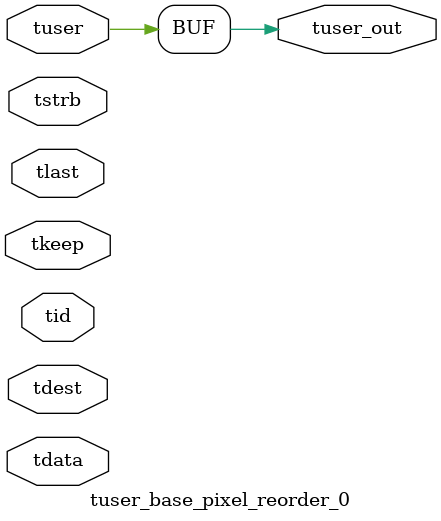
<source format=v>


`timescale 1ps/1ps

module tuser_base_pixel_reorder_0 #
(
parameter C_S_AXIS_TUSER_WIDTH = 1,
parameter C_S_AXIS_TDATA_WIDTH = 32,
parameter C_S_AXIS_TID_WIDTH   = 0,
parameter C_S_AXIS_TDEST_WIDTH = 0,
parameter C_M_AXIS_TUSER_WIDTH = 1
)
(
input  [(C_S_AXIS_TUSER_WIDTH == 0 ? 1 : C_S_AXIS_TUSER_WIDTH)-1:0     ] tuser,
input  [(C_S_AXIS_TDATA_WIDTH == 0 ? 1 : C_S_AXIS_TDATA_WIDTH)-1:0     ] tdata,
input  [(C_S_AXIS_TID_WIDTH   == 0 ? 1 : C_S_AXIS_TID_WIDTH)-1:0       ] tid,
input  [(C_S_AXIS_TDEST_WIDTH == 0 ? 1 : C_S_AXIS_TDEST_WIDTH)-1:0     ] tdest,
input  [(C_S_AXIS_TDATA_WIDTH/8)-1:0 ] tkeep,
input  [(C_S_AXIS_TDATA_WIDTH/8)-1:0 ] tstrb,
input                                                                    tlast,
output [C_M_AXIS_TUSER_WIDTH-1:0] tuser_out
);

assign tuser_out = {tuser[0:0]};

endmodule


</source>
